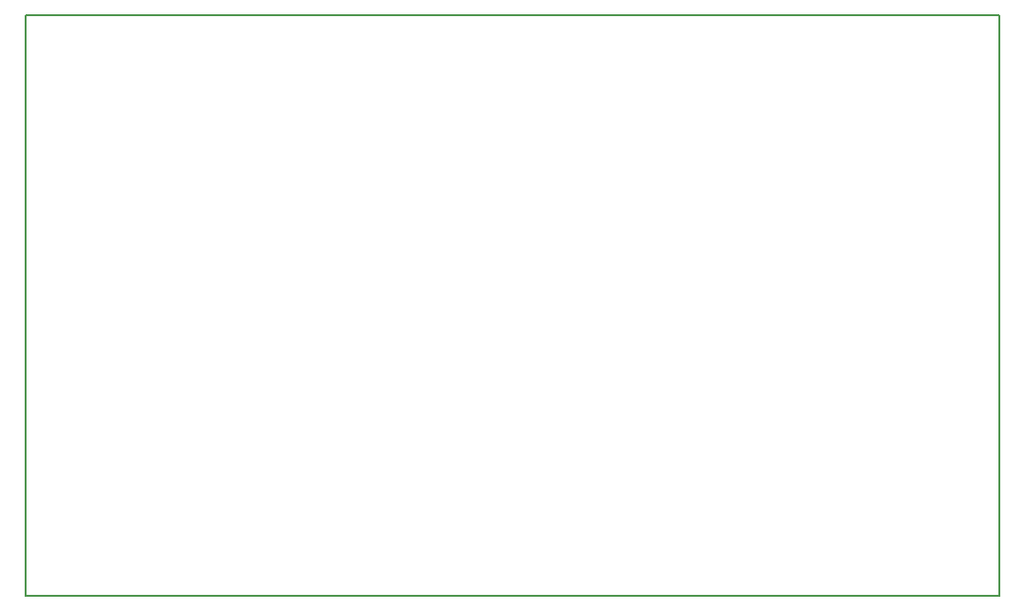
<source format=gbr>
G04 (created by PCBNEW (2013-mar-13)-testing) date Sun 24 Mar 2013 04:17:42 PM EDT*
%MOIN*%
G04 Gerber Fmt 3.4, Leading zero omitted, Abs format*
%FSLAX34Y34*%
G01*
G70*
G90*
G04 APERTURE LIST*
%ADD10C,0.006*%
%ADD11C,0.00590551*%
G04 APERTURE END LIST*
G54D10*
G54D11*
X106300Y-44100D02*
X106300Y-23720D01*
X72100Y-23720D02*
X72100Y-44100D01*
X72100Y-23720D02*
X106300Y-23720D01*
X106300Y-44100D02*
X72100Y-44100D01*
M02*

</source>
